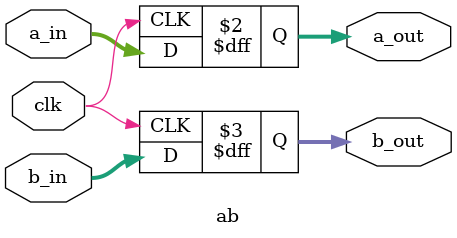
<source format=v>
module ab(a_in,b_in,a_out,b_out,clk);
  input            clk ;
  input   [31:0]  a_in ; 
  output  [31:0]  a_out ;
  reg     [31:0]  a_out ;
  input   [31:0]  b_in ; 
  output  [31:0]  b_out ;
  reg     [31:0]  b_out ;
  always @ ( posedge clk )
  begin
    a_out <= a_in ;
    b_out <= b_in ;
  end
endmodule
</source>
